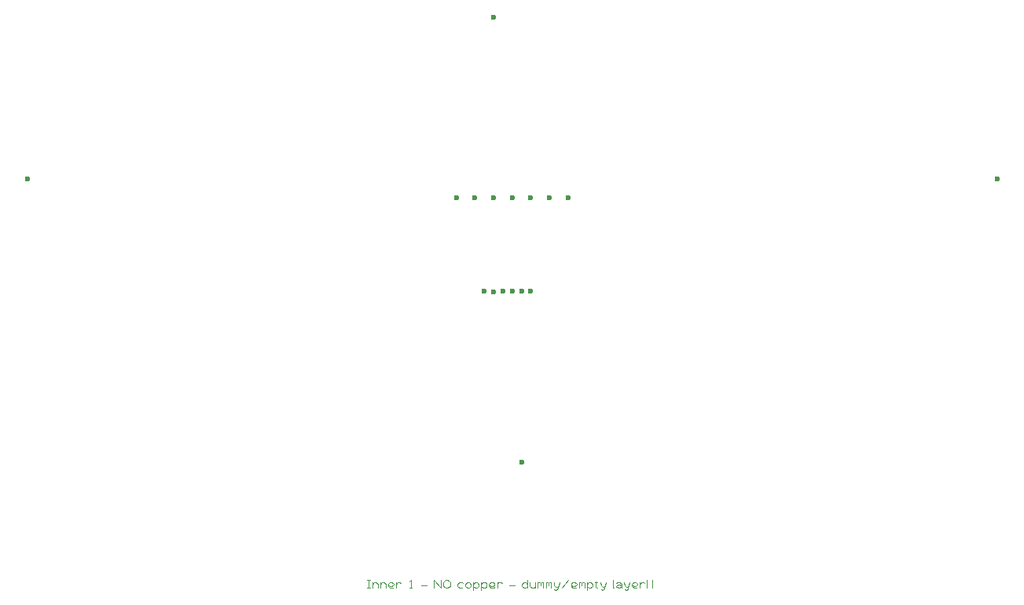
<source format=gbr>
G04 GENERATED BY PULSONIX 7.0 GERBER.DLL 4573*
%INHILLSTAR_100X50_EL_4LAYER_V1_0*%
%LNGERBER_INNER1*%
%FSLAX33Y33*%
%IPPOS*%
%LPD*%
%OFA0B0*%
%MOMM*%
%ADD21C,0.125*%
%ADD112C,0.600*%
X0Y0D02*
D02*
D21*
X111421Y90796D02*
X111715Y90796D01*
X111568D02*
X111568Y91678D01*
X111421D02*
X111715Y91678D01*
X111959Y90796D02*
X111959Y91384D01*
Y91163D02*
X112032Y91310D01*
X112179Y91384*
X112326*
X112473Y91310*
X112547Y91163*
Y90796*
X112809D02*
X112809Y91384D01*
Y91163D02*
X112882Y91310D01*
X113029Y91384*
X113176*
X113323Y91310*
X113397Y91163*
Y90796*
X114247Y90869D02*
X114173Y90796D01*
X114026*
X113879*
X113732Y90869*
X113659Y91016*
Y91237*
X113732Y91310*
X113879Y91384*
X114026*
X114173Y91310*
X114247Y91237*
Y91163*
X114173Y91090*
X114026Y91016*
X113879*
X113732Y91090*
X113659Y91163*
X114509Y90796D02*
X114509Y91384D01*
Y91163D02*
X114582Y91310D01*
X114729Y91384*
X114876*
X115023Y91310*
X115968Y90796D02*
X116262Y90796D01*
X116115D02*
X116115Y91678D01*
X115968Y91531*
X117209Y91090D02*
X117797Y91090D01*
X118596Y90796D02*
X118596Y91678D01*
X119332Y90796*
Y91678*
X119609Y91090D02*
X119609Y91384D01*
X119682Y91531*
X119756Y91604*
X119903Y91678*
X120050*
X120197Y91604*
X120270Y91531*
X120344Y91384*
Y91090*
X120270Y90943*
X120197Y90869*
X120050Y90796*
X119903*
X119756Y90869*
X119682Y90943*
X119609Y91090*
X121747Y91310D02*
X121600Y91384D01*
X121379*
X121232Y91310*
X121159Y91163*
Y91016*
X121232Y90869*
X121379Y90796*
X121600*
X121747Y90869*
X122009Y91016D02*
X122082Y90869D01*
X122229Y90796*
X122376*
X122523Y90869*
X122597Y91016*
Y91163*
X122523Y91310*
X122376Y91384*
X122229*
X122082Y91310*
X122009Y91163*
Y91016*
X122859Y91384D02*
X122859Y90575D01*
Y91016D02*
X122932Y90869D01*
X123079Y90796*
X123226*
X123373Y90869*
X123447Y91016*
Y91163*
X123373Y91310*
X123226Y91384*
X123079*
X122932Y91310*
X122859Y91163*
Y91016*
X123709Y91384D02*
X123709Y90575D01*
Y91016D02*
X123782Y90869D01*
X123929Y90796*
X124076*
X124223Y90869*
X124297Y91016*
Y91163*
X124223Y91310*
X124076Y91384*
X123929*
X123782Y91310*
X123709Y91163*
Y91016*
X125147Y90869D02*
X125073Y90796D01*
X124926*
X124779*
X124632Y90869*
X124559Y91016*
Y91237*
X124632Y91310*
X124779Y91384*
X124926*
X125073Y91310*
X125147Y91237*
Y91163*
X125073Y91090*
X124926Y91016*
X124779*
X124632Y91090*
X124559Y91163*
X125409Y90796D02*
X125409Y91384D01*
Y91163D02*
X125482Y91310D01*
X125629Y91384*
X125776*
X125923Y91310*
X126721Y91090D02*
X127309Y91090D01*
X128697Y91163D02*
X128623Y91310D01*
X128476Y91384*
X128329*
X128182Y91310*
X128109Y91163*
Y91016*
X128182Y90869*
X128329Y90796*
X128476*
X128623Y90869*
X128697Y91016*
Y90796D02*
X128697Y91678D01*
X128959Y91384D02*
X128959Y91016D01*
X129032Y90869*
X129179Y90796*
X129326*
X129473Y90869*
X129547Y91016*
Y91384D02*
X129547Y90796D01*
X129809D02*
X129809Y91384D01*
Y91310D02*
X129882Y91384D01*
X130029*
X130103Y91310*
Y91090*
Y91310D02*
X130176Y91384D01*
X130323*
X130397Y91310*
Y90796*
X130659D02*
X130659Y91384D01*
Y91310D02*
X130732Y91384D01*
X130879*
X130953Y91310*
Y91090*
Y91310D02*
X131026Y91384D01*
X131173*
X131247Y91310*
Y90796*
X131509Y91384D02*
X131582Y91090D01*
X131729Y90943*
X131876*
X132023Y91090*
X132097Y91384*
X132023Y91090D02*
X131950Y90796D01*
X131876Y90649*
X131729Y90575*
X131582Y90649*
X132359Y90796D02*
X133094Y91678D01*
X133959Y90869D02*
X133886Y90796D01*
X133739*
X133592*
X133445Y90869*
X133371Y91016*
Y91237*
X133445Y91310*
X133592Y91384*
X133739*
X133886Y91310*
X133959Y91237*
Y91163*
X133886Y91090*
X133739Y91016*
X133592*
X133445Y91090*
X133371Y91163*
X134221Y90796D02*
X134221Y91384D01*
Y91310D02*
X134295Y91384D01*
X134442*
X134515Y91310*
Y91090*
Y91310D02*
X134589Y91384D01*
X134736*
X134809Y91310*
Y90796*
X135071Y91384D02*
X135071Y90575D01*
Y91016D02*
X135145Y90869D01*
X135292Y90796*
X135439*
X135586Y90869*
X135659Y91016*
Y91163*
X135586Y91310*
X135439Y91384*
X135292*
X135145Y91310*
X135071Y91163*
Y91016*
X135921Y91384D02*
X136215Y91384D01*
X136068Y91531D02*
X136068Y90869D01*
X136142Y90796*
X136215*
X136289Y90869*
X136546Y91384D02*
X136620Y91090D01*
X136767Y90943*
X136914*
X137061Y91090*
X137134Y91384*
X137061Y91090D02*
X136987Y90796D01*
X136914Y90649*
X136767Y90575*
X136620Y90649*
X138007Y90796D02*
X137934Y90796D01*
Y91678*
X138246Y91310D02*
X138393Y91384D01*
X138614*
X138761Y91310*
X138834Y91163*
Y90943*
X138761Y90869*
X138614Y90796*
X138467*
X138320Y90869*
X138246Y90943*
Y91016*
X138320Y91090*
X138467Y91163*
X138614*
X138761Y91090*
X138834Y91016*
Y90943D02*
X138834Y90796D01*
X139096Y91384D02*
X139170Y91090D01*
X139317Y90943*
X139464*
X139611Y91090*
X139684Y91384*
X139611Y91090D02*
X139537Y90796D01*
X139464Y90649*
X139317Y90575*
X139170Y90649*
X140534Y90869D02*
X140461Y90796D01*
X140314*
X140167*
X140020Y90869*
X139946Y91016*
Y91237*
X140020Y91310*
X140167Y91384*
X140314*
X140461Y91310*
X140534Y91237*
Y91163*
X140461Y91090*
X140314Y91016*
X140167*
X140020Y91090*
X139946Y91163*
X140796Y90796D02*
X140796Y91384D01*
Y91163D02*
X140870Y91310D01*
X141017Y91384*
X141164*
X141311Y91310*
X141571Y90796D02*
X141572Y90797D01*
Y90943D02*
X141571Y91678D01*
X142109Y90796D02*
X142110Y90797D01*
Y90943D02*
X142109Y91678D01*
D02*
D112*
X74784Y134900D03*
X121034Y132900D03*
X123034D03*
X124034Y122825D03*
X125034Y122725D03*
Y132900D03*
Y152400D03*
X126034Y122815D03*
X127034Y122825D03*
Y132900D03*
X128034Y104400D03*
Y122815D03*
X129034D03*
Y132900D03*
X131034D03*
X133034D03*
X179284Y134900D03*
X0Y0D02*
M02*

</source>
